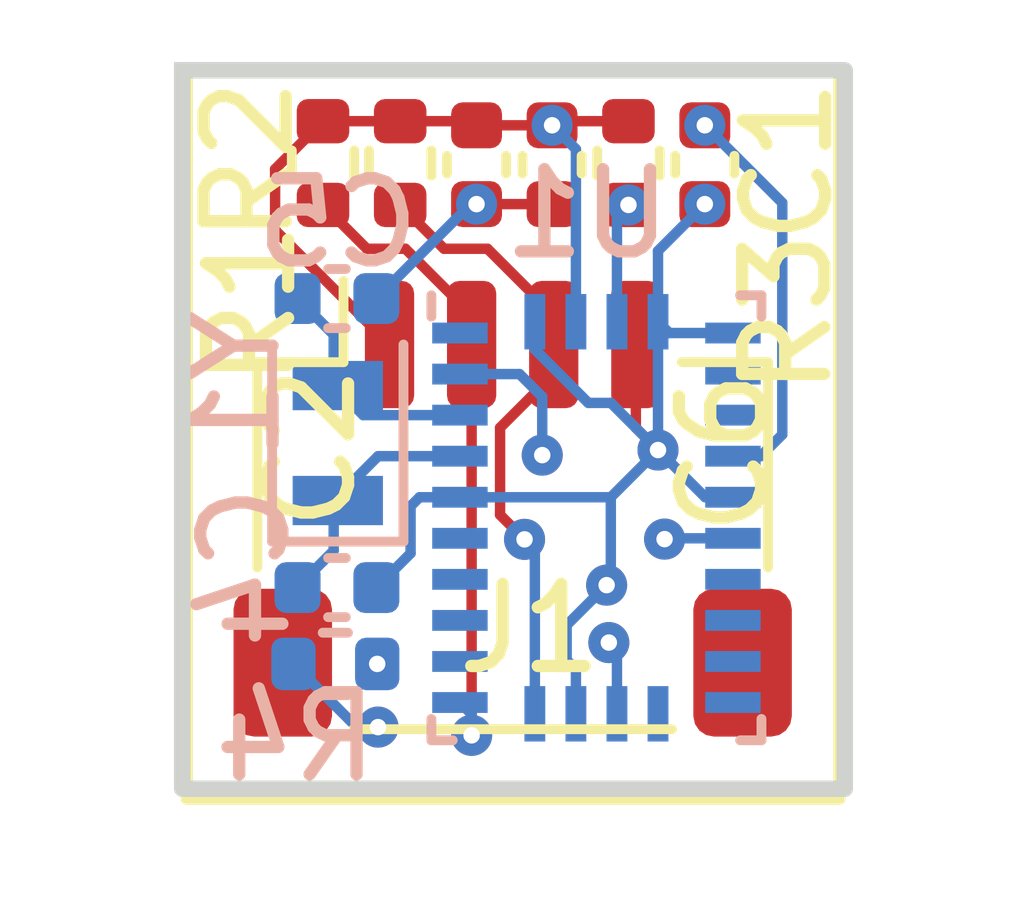
<source format=kicad_pcb>
(kicad_pcb (version 20221018) (generator pcbnew)
  (layers (0 "F.Cu" signal) (1 "In1.Cu" signal) (2 "In2.Cu" signal) (31 "B.Cu" signal) (34 "B.Paste" user) (35 "F.Paste" user) (36 "B.SilkS" user "B.Silkscreen") (37 "F.SilkS" user "F.Silkscreen") (38 "B.Mask" user) (39 "F.Mask" user) (44 "Edge.Cuts" user))
  (net 0 "")
  (net 12 "GND")
  (net 13 "Net-(U1-CAP)")
  (net 14 "+3V3")
  (net 15 "INT")
  (net 16 "SCL")
  (net 17 "SDA")
  (net 18 "Net-(U1-BOOTN)")
  (net 19 "Net-(U1-NRST)")
  (net 20 "Net-(U1-CLKSEL1{slash}XOUT32)")
  (net 21 "Net-(U1-XIN32)")
  (footprint "Resistor_SMD:R_0402_1005Metric" (layer "F.Cu") (at 99.68 106.15 90)
    (fp_text reference "R3" (at -1.83 1.93 90) (layer "F.SilkS"))
    (fp_text value "10k")
    (fp_line (start -0.153641 -0.38) (end 0.153641 -0.38) (stroke (width 0.12)) (layer "F.SilkS"))
    (fp_line (start -0.153641 0.38) (end 0.153641 0.38) (stroke (width 0.12)) (layer "F.SilkS"))
    (pad "1" smd roundrect (at -0.51 0 90) (size 0.54 0.64) (layers "F.Cu" "F.Paste" "F.Mask") (net 18 "Net-(U1-BOOTN)"))
    (pad "2" smd roundrect (at 0.51 0 90) (size 0.54 0.64) (layers "F.Cu" "F.Paste" "F.Mask") (net 14 "+3V3"))
  )
  (footprint "Capacitor_SMD:C_0402_1005Metric" (layer "F.Cu") (at 97.83 106.17 90)
    (fp_text reference "C2" (at -3.45 -2.02 90) (layer "F.SilkS"))
    (fp_text value "100n")
    (fp_line (start -0.107836 -0.36) (end 0.107836 -0.36) (stroke (width 0.12)) (layer "F.SilkS"))
    (fp_line (start -0.107836 0.36) (end 0.107836 0.36) (stroke (width 0.12)) (layer "F.SilkS"))
    (pad "1" smd roundrect (at -0.48 0 90) (size 0.56 0.62) (layers "F.Cu" "F.Paste" "F.Mask") (net 12 "GND"))
    (pad "2" smd roundrect (at 0.48 0 90) (size 0.56 0.62) (layers "F.Cu" "F.Paste" "F.Mask") (net 14 "+3V3"))
  )
  (footprint "Resistor_SMD:R_0402_1005Metric" (layer "F.Cu") (at 95.96 106.15 -90)
    (fp_text reference "R2" (at -0.03 0.91 90) (layer "F.SilkS"))
    (fp_text value "2k2")
    (fp_line (start -0.153641 -0.38) (end 0.153641 -0.38) (stroke (width 0.12)) (layer "F.SilkS"))
    (fp_line (start -0.153641 0.38) (end 0.153641 0.38) (stroke (width 0.12)) (layer "F.SilkS"))
    (pad "1" smd roundrect (at -0.51 0 270) (size 0.54 0.64) (layers "F.Cu" "F.Paste" "F.Mask") (net 14 "+3V3"))
    (pad "2" smd roundrect (at 0.51 0 270) (size 0.54 0.64) (layers "F.Cu" "F.Paste" "F.Mask") (net 17 "SDA"))
  )
  (footprint "Connector_JST:JST_SH_SM04B-SRSS-TB_1x04-1MP_P1.00mm_Horizontal" (layer "F.Cu") (at 98.27 110.36)
    (fp_text reference "J1" (at 0.21 1.46) (layer "F.SilkS"))
    (fp_text value "Conn_01x04_Pin")
    (fp_line (start -3.11 -1.785) (end -2.06 -1.785) (stroke (width 0.12)) (layer "F.SilkS"))
    (fp_line (start -3.11 0.715) (end -3.11 -1.785) (stroke (width 0.12)) (layer "F.SilkS"))
    (fp_line (start -2.06 -1.785) (end -2.06 -2.775) (stroke (width 0.12)) (layer "F.SilkS"))
    (fp_line (start -1.94 2.685) (end 1.94 2.685) (stroke (width 0.12)) (layer "F.SilkS"))
    (fp_line (start 3.11 -1.785) (end 2.06 -1.785) (stroke (width 0.12)) (layer "F.SilkS"))
    (fp_line (start 3.11 0.715) (end 3.11 -1.785) (stroke (width 0.12)) (layer "F.SilkS"))
    (pad "1" smd roundrect (at -1.5 -2) (size 0.6 1.55) (layers "F.Cu" "F.Paste" "F.Mask") (net 14 "+3V3"))
    (pad "2" smd roundrect (at -0.5 -2) (size 0.6 1.55) (layers "F.Cu" "F.Paste" "F.Mask") (net 17 "SDA"))
    (pad "3" smd roundrect (at 0.5 -2) (size 0.6 1.55) (layers "F.Cu" "F.Paste" "F.Mask") (net 16 "SCL"))
    (pad "4" smd roundrect (at 1.5 -2) (size 0.6 1.55) (layers "F.Cu" "F.Paste" "F.Mask") (net 12 "GND"))
    (pad "MP" smd roundrect (at -2.8 1.875) (size 1.2 1.8) (layers "F.Cu" "F.Paste" "F.Mask") (roundrect_rratio 0.2083333333))
    (pad "MP" smd roundrect (at 2.8 1.875) (size 1.2 1.8) (layers "F.Cu" "F.Paste" "F.Mask") (roundrect_rratio 0.2083333333))
  )
  (footprint "Capacitor_SMD:C_0402_1005Metric" (layer "F.Cu") (at 98.75 106.17 -90)
    (fp_text reference "C6" (at 3.51 -2.09 90) (layer "F.SilkS"))
    (fp_text value "100n")
    (fp_line (start -0.107836 -0.36) (end 0.107836 -0.36) (stroke (width 0.12)) (layer "F.SilkS"))
    (fp_line (start -0.107836 0.36) (end 0.107836 0.36) (stroke (width 0.12)) (layer "F.SilkS"))
    (pad "1" smd roundrect (at -0.48 0 270) (size 0.56 0.62) (layers "F.Cu" "F.Paste" "F.Mask") (net 14 "+3V3"))
    (pad "2" smd roundrect (at 0.48 0 270) (size 0.56 0.62) (layers "F.Cu" "F.Paste" "F.Mask") (net 12 "GND"))
  )
  (footprint "Resistor_SMD:R_0402_1005Metric" (layer "F.Cu") (at 96.9 106.15 -90)
    (fp_text reference "R1" (at 1.72 1.82 90) (layer "F.SilkS"))
    (fp_text value "2k2")
    (fp_line (start -0.153641 -0.38) (end 0.153641 -0.38) (stroke (width 0.12)) (layer "F.SilkS"))
    (fp_line (start -0.153641 0.38) (end 0.153641 0.38) (stroke (width 0.12)) (layer "F.SilkS"))
    (pad "1" smd roundrect (at -0.51 0 270) (size 0.54 0.64) (layers "F.Cu" "F.Paste" "F.Mask") (net 14 "+3V3"))
    (pad "2" smd roundrect (at 0.51 0 270) (size 0.54 0.64) (layers "F.Cu" "F.Paste" "F.Mask") (net 16 "SCL"))
  )
  (footprint "Capacitor_SMD:C_0402_1005Metric" (layer "F.Cu") (at 100.61 106.17 90)
    (fp_text reference "C1" (at 0.04 1.01 90) (layer "F.SilkS"))
    (fp_text value "100n")
    (fp_line (start -0.107836 -0.36) (end 0.107836 -0.36) (stroke (width 0.12)) (layer "F.SilkS"))
    (fp_line (start -0.107836 0.36) (end 0.107836 0.36) (stroke (width 0.12)) (layer "F.SilkS"))
    (pad "1" smd roundrect (at -0.48 0 90) (size 0.56 0.62) (layers "F.Cu" "F.Paste" "F.Mask") (net 12 "GND"))
    (pad "2" smd roundrect (at 0.48 0 90) (size 0.56 0.62) (layers "F.Cu" "F.Paste" "F.Mask") (net 13 "Net-(U1-CAP)"))
  )
  (footprint "Package_LGA:LGA-28_5.2x3.8mm_P0.5mm" (layer "B.Cu") (at 99.29 110.47 -90)
    (fp_text reference "U1" (at -3.7 0.11 -180) (layer "B.SilkS") (effects (justify mirror)))
    (fp_text value "~")
    (fp_line (start -2.71 -2.01) (end -2.71 -1.75) (stroke (width 0.12)) (layer "B.SilkS"))
    (fp_line (start -2.71 -2.01) (end -2.45 -2.01) (stroke (width 0.12)) (layer "B.SilkS"))
    (fp_line (start -2.71 2.01) (end -2.45 2.01) (stroke (width 0.12)) (layer "B.SilkS"))
    (fp_line (start 2.71 -2.01) (end 2.45 -2.01) (stroke (width 0.12)) (layer "B.SilkS"))
    (fp_line (start 2.71 -2.01) (end 2.71 -1.75) (stroke (width 0.12)) (layer "B.SilkS"))
    (fp_line (start 2.71 2.01) (end 2.45 2.01) (stroke (width 0.12)) (layer "B.SilkS"))
    (fp_line (start 2.71 2.01) (end 2.71 1.75) (stroke (width 0.12)) (layer "B.SilkS"))
    (pad "1" smd rect (at -2.25 1.6625 270) (size 0.254 0.675) (layers "B.Cu" "B.Paste" "B.Mask"))
    (pad "2" smd rect (at -2.3875 0.75 180) (size 0.254 0.675) (layers "B.Cu" "B.Paste" "B.Mask") (net 12 "GND"))
    (pad "3" smd rect (at -2.3875 0.25 180) (size 0.254 0.675) (layers "B.Cu" "B.Paste" "B.Mask") (net 14 "+3V3"))
    (pad "4" smd rect (at -2.3875 -0.25 180) (size 0.254 0.675) (layers "B.Cu" "B.Paste" "B.Mask") (net 18 "Net-(U1-BOOTN)"))
    (pad "5" smd rect (at -2.3875 -0.75 180) (size 0.254 0.675) (layers "B.Cu" "B.Paste" "B.Mask") (net 12 "GND"))
    (pad "6" smd rect (at -2.25 -1.6625 270) (size 0.254 0.675) (layers "B.Cu" "B.Paste" "B.Mask") (net 12 "GND"))
    (pad "7" smd rect (at -1.75 -1.6625 270) (size 0.254 0.675) (layers "B.Cu" "B.Paste" "B.Mask"))
    (pad "8" smd rect (at -1.25 -1.6625 270) (size 0.254 0.675) (layers "B.Cu" "B.Paste" "B.Mask"))
    (pad "9" smd rect (at -0.75 -1.6625 270) (size 0.254 0.675) (layers "B.Cu" "B.Paste" "B.Mask") (net 13 "Net-(U1-CAP)"))
    (pad "10" smd rect (at -0.25 -1.6625 270) (size 0.254 0.675) (layers "B.Cu" "B.Paste" "B.Mask") (net 12 "GND"))
    (pad "11" smd rect (at 0.25 -1.6625 270) (size 0.254 0.675) (layers "B.Cu" "B.Paste" "B.Mask") (net 19 "Net-(U1-NRST)"))
    (pad "12" smd rect (at 0.75 -1.6625 270) (size 0.254 0.675) (layers "B.Cu" "B.Paste" "B.Mask"))
    (pad "13" smd rect (at 1.25 -1.6625 270) (size 0.254 0.675) (layers "B.Cu" "B.Paste" "B.Mask"))
    (pad "14" smd rect (at 1.75 -1.6625 270) (size 0.254 0.675) (layers "B.Cu" "B.Paste" "B.Mask") (net 15 "INT"))
    (pad "15" smd rect (at 2.25 -1.6625 270) (size 0.254 0.675) (layers "B.Cu" "B.Paste" "B.Mask"))
    (pad "16" smd rect (at 2.3875 -0.75 180) (size 0.254 0.675) (layers "B.Cu" "B.Paste" "B.Mask"))
    (pad "17" smd rect (at 2.3875 -0.25 180) (size 0.254 0.675) (layers "B.Cu" "B.Paste" "B.Mask") (net 12 "GND"))
    (pad "18" smd rect (at 2.3875 0.25 180) (size 0.254 0.675) (layers "B.Cu" "B.Paste" "B.Mask") (net 12 "GND"))
    (pad "19" smd rect (at 2.3875 0.75 180) (size 0.254 0.675) (layers "B.Cu" "B.Paste" "B.Mask") (net 16 "SCL"))
    (pad "20" smd rect (at 2.25 1.6625 270) (size 0.254 0.675) (layers "B.Cu" "B.Paste" "B.Mask") (net 17 "SDA"))
    (pad "21" smd rect (at 1.75 1.6625 270) (size 0.254 0.675) (layers "B.Cu" "B.Paste" "B.Mask"))
    (pad "22" smd rect (at 1.25 1.6625 270) (size 0.254 0.675) (layers "B.Cu" "B.Paste" "B.Mask"))
    (pad "23" smd rect (at 0.75 1.6625 270) (size 0.254 0.675) (layers "B.Cu" "B.Paste" "B.Mask"))
    (pad "24" smd rect (at 0.25 1.6625 270) (size 0.254 0.675) (layers "B.Cu" "B.Paste" "B.Mask"))
    (pad "25" smd rect (at -0.25 1.6625 270) (size 0.254 0.675) (layers "B.Cu" "B.Paste" "B.Mask") (net 12 "GND"))
    (pad "26" smd rect (at -0.75 1.6625 270) (size 0.254 0.675) (layers "B.Cu" "B.Paste" "B.Mask") (net 20 "Net-(U1-CLKSEL1{slash}XOUT32)"))
    (pad "27" smd rect (at -1.25 1.6625 270) (size 0.254 0.675) (layers "B.Cu" "B.Paste" "B.Mask") (net 21 "Net-(U1-XIN32)"))
    (pad "28" smd rect (at -1.75 1.6625 270) (size 0.254 0.675) (layers "B.Cu" "B.Paste" "B.Mask") (net 14 "+3V3"))
  )
  (footprint "Capacitor_SMD:C_0402_1005Metric" (layer "B.Cu") (at 96.13 111.32)
    (fp_text reference "C4" (at -1.12 -0.25 90) (layer "B.SilkS") (effects (justify mirror)))
    (fp_text value "22p")
    (fp_line (start -0.107836 -0.36) (end 0.107836 -0.36) (stroke (width 0.12)) (layer "B.SilkS"))
    (fp_line (start -0.107836 0.36) (end 0.107836 0.36) (stroke (width 0.12)) (layer "B.SilkS"))
    (pad "1" smd roundrect (at -0.48 0) (size 0.56 0.62) (layers "B.Cu" "B.Paste" "B.Mask") (net 20 "Net-(U1-CLKSEL1{slash}XOUT32)"))
    (pad "2" smd roundrect (at 0.48 0) (size 0.56 0.62) (layers "B.Cu" "B.Paste" "B.Mask") (net 12 "GND"))
  )
  (footprint "Resistor_SMD:R_0402_1005Metric" (layer "B.Cu") (at 96.11 112.25 180)
    (fp_text reference "R4" (at 0.48 -0.89 180) (layer "B.SilkS") (effects (justify mirror)))
    (fp_text value "10k")
    (fp_line (start -0.153641 -0.38) (end 0.153641 -0.38) (stroke (width 0.12)) (layer "B.SilkS"))
    (fp_line (start -0.153641 0.38) (end 0.153641 0.38) (stroke (width 0.12)) (layer "B.SilkS"))
    (pad "1" smd roundrect (at -0.51 0 180) (size 0.54 0.64) (layers "B.Cu" "B.Paste" "B.Mask") (net 14 "+3V3"))
    (pad "2" smd roundrect (at 0.51 0 180) (size 0.54 0.64) (layers "B.Cu" "B.Paste" "B.Mask") (net 19 "Net-(U1-NRST)"))
  )
  (footprint "Crystal:Crystal_SMD_2012-2Pin_2.0x1.2mm" (layer "B.Cu") (at 96.14 109.56 90)
    (fp_text reference "Y1" (at 0.71 -1.25 90) (layer "B.SilkS") (effects (justify mirror)))
    (fp_text value "32.768kHz")
    (fp_line (start -1.2 -0.8) (end 1.2 -0.8) (stroke (width 0.12)) (layer "B.SilkS"))
    (fp_line (start -1.2 0.8) (end -1.2 -0.8) (stroke (width 0.12)) (layer "B.SilkS"))
    (fp_line (start 1.2 0.8) (end -1.2 0.8) (stroke (width 0.12)) (layer "B.SilkS"))
    (pad "1" smd rect (at -0.7 0 90) (size 0.6 1.1) (layers "B.Cu" "B.Paste" "B.Mask") (net 20 "Net-(U1-CLKSEL1{slash}XOUT32)"))
    (pad "2" smd rect (at 0.7 0 90) (size 0.6 1.1) (layers "B.Cu" "B.Paste" "B.Mask") (net 21 "Net-(U1-XIN32)"))
  )
  (footprint "Capacitor_SMD:C_0402_1005Metric" (layer "B.Cu") (at 96.13 107.8)
    (fp_text reference "C5" (at 0.01 -0.92 180) (layer "B.SilkS") (effects (justify mirror)))
    (fp_text value "22p")
    (fp_line (start -0.107836 -0.36) (end 0.107836 -0.36) (stroke (width 0.12)) (layer "B.SilkS"))
    (fp_line (start -0.107836 0.36) (end 0.107836 0.36) (stroke (width 0.12)) (layer "B.SilkS"))
    (pad "1" smd roundrect (at -0.48 0) (size 0.56 0.62) (layers "B.Cu" "B.Paste" "B.Mask") (net 21 "Net-(U1-XIN32)"))
    (pad "2" smd roundrect (at 0.48 0) (size 0.56 0.62) (layers "B.Cu" "B.Paste" "B.Mask") (net 12 "GND"))
  )
  (gr_rect (start 94.3 105.04) (end 102.25 113.89) (stroke (width 0.15)) (fill none) (layer "F.SilkS"))
  (gr_rect (start 94.245 105.02) (end 102.315 113.77) (stroke (width 0.2)) (fill none) (layer "Edge.Cuts"))
  (segment (start 99.77 108.36) (end 99.77 109.375) (width 0.127) (layer "F.Cu") (net 12))
  (segment (start 99.77 109.375) (end 100.04 109.645) (width 0.127) (layer "F.Cu") (net 12))
  (segment (start 97.83 106.65) (end 98.75 106.65) (width 0.127) (layer "F.Cu") (net 12))
  (via (at 99.440974 111.990016) (size 0.5) (drill 0.2) (layers "F.Cu" "B.Cu") (net 12))
  (via (at 100.61 106.65) (size 0.5) (drill 0.2) (layers "F.Cu" "B.Cu") (net 12))
  (via (at 97.83 106.65) (size 0.5) (drill 0.2) (layers "F.Cu" "B.Cu") (net 12))
  (via (at 99.414229 111.290562) (size 0.5) (drill 0.2) (layers "F.Cu" "B.Cu") (net 12))
  (via (at 100.04 109.645) (size 0.5) (drill 0.2) (layers "F.Cu" "B.Cu") (net 12))
  (segment (start 97.76 106.65) (end 97.83 106.65) (width 0.127) (layer "B.Cu") (net 12))
  (segment (start 97.6275 110.22) (end 99.465 110.22) (width 0.127) (layer "B.Cu") (net 12))
  (segment (start 98.927474 111.777317) (end 98.927474 112.202715) (width 0.127) (layer "B.Cu") (net 12))
  (segment (start 98.927474 112.202715) (end 99.04 112.315241) (width 0.127) (layer "B.Cu") (net 12))
  (segment (start 99.04 112.315241) (end 99.04 112.8575) (width 0.127) (layer "B.Cu") (net 12))
  (segment (start 97.136 110.22) (end 97.0265 110.3295) (width 0.127) (layer "B.Cu") (net 12))
  (segment (start 97.6275 110.22) (end 97.136 110.22) (width 0.127) (layer "B.Cu") (net 12))
  (segment (start 99.54 112.8575) (end 99.54 112.089042) (width 0.127) (layer "B.Cu") (net 12))
  (segment (start 99.466 109.071) (end 100.04 109.645) (width 0.127) (layer "B.Cu") (net 12))
  (segment (start 99.54 112.8575) (end 99.5535 112.844) (width 0.127) (layer "B.Cu") (net 12))
  (segment (start 100.04 108.0825) (end 100.04 107.22) (width 0.127) (layer "B.Cu") (net 12))
  (segment (start 99.465 110.22) (end 100.04 109.645) (width 0.127) (layer "B.Cu") (net 12))
  (segment (start 99.465 110.22) (end 99.465 111.239791) (width 0.127) (layer "B.Cu") (net 12))
  (segment (start 98.54 108.0825) (end 98.54 108.42) (width 0.127) (layer "B.Cu") (net 12))
  (segment (start 99.191 109.071) (end 99.466 109.071) (width 0.127) (layer "B.Cu") (net 12))
  (segment (start 100.9525 108.22) (end 100.1775 108.22) (width 0.127) (layer "B.Cu") (net 12))
  (segment (start 100.04 107.22) (end 100.61 106.65) (width 0.127) (layer "B.Cu") (net 12))
  (segment (start 98.54 108.42) (end 99.191 109.071) (width 0.127) (layer "B.Cu") (net 12))
  (segment (start 99.414229 111.290562) (end 98.927474 111.777317) (width 0.127) (layer "B.Cu") (net 12))
  (segment (start 100.9525 110.22) (end 100.615 110.22) (width 0.127) (layer "B.Cu") (net 12))
  (segment (start 100.1775 108.22) (end 100.04 108.0825) (width 0.127) (layer "B.Cu") (net 12))
  (segment (start 99.465 111.239791) (end 99.414229 111.290562) (width 0.127) (layer "B.Cu") (net 12))
  (segment (start 97.0265 110.9035) (end 96.61 111.32) (width 0.127) (layer "B.Cu") (net 12))
  (segment (start 99.54 112.089042) (end 99.440974 111.990016) (width 0.127) (layer "B.Cu") (net 12))
  (segment (start 100.615 110.22) (end 100.04 109.645) (width 0.127) (layer "B.Cu") (net 12))
  (segment (start 100.04 109.645) (end 100.04 108.0825) (width 0.127) (layer "B.Cu") (net 12))
  (segment (start 96.61 107.8) (end 97.76 106.65) (width 0.127) (layer "B.Cu") (net 12))
  (segment (start 97.0265 110.3295) (end 97.0265 110.9035) (width 0.127) (layer "B.Cu") (net 12))
  (via (at 100.61 105.69) (size 0.5) (drill 0.2) (layers "F.Cu" "B.Cu") (net 13))
  (segment (start 100.9525 109.72) (end 101.29 109.72) (width 0.127) (layer "B.Cu") (net 13))
  (segment (start 101.29 109.72) (end 101.5535 109.4565) (width 0.127) (layer "B.Cu") (net 13))
  (segment (start 101.5535 106.6335) (end 100.61 105.69) (width 0.127) (layer "B.Cu") (net 13))
  (segment (start 101.5535 109.4565) (end 101.5535 106.6335) (width 0.127) (layer "B.Cu") (net 13))
  (segment (start 95.3765 106.2235) (end 95.96 105.64) (width 0.127) (layer "F.Cu") (net 14))
  (segment (start 99.68 105.64) (end 98.8 105.64) (width 0.127) (layer "F.Cu") (net 14))
  (segment (start 97.78 105.64) (end 97.83 105.69) (width 0.127) (layer "F.Cu") (net 14))
  (segment (start 96.77 108.36) (end 95.3765 106.9665) (width 0.127) (layer "F.Cu") (net 14))
  (segment (start 98.8 105.64) (end 98.75 105.69) (width 0.127) (layer "F.Cu") (net 14))
  (segment (start 95.96 105.64) (end 96.9 105.64) (width 0.127) (layer "F.Cu") (net 14))
  (segment (start 95.3765 106.9665) (end 95.3765 106.2235) (width 0.127) (layer "F.Cu") (net 14))
  (segment (start 97.83 105.69) (end 98.75 105.69) (width 0.127) (layer "F.Cu") (net 14))
  (segment (start 96.9 105.64) (end 97.78 105.64) (width 0.127) (layer "F.Cu") (net 14))
  (via (at 98.75 105.69) (size 0.5) (drill 0.2) (layers "F.Cu" "B.Cu") (net 14))
  (via (at 98.63 109.707) (size 0.5) (drill 0.2) (layers "F.Cu" "B.Cu") (net 14))
  (via (at 96.62 112.25) (size 0.5) (drill 0.2) (layers "F.Cu" "B.Cu") (net 14))
  (segment (start 99.04 108.0825) (end 99.04 105.98) (width 0.127) (layer "B.Cu") (net 14))
  (segment (start 98.63 109.707) (end 98.63 108.996529) (width 0.127) (layer "B.Cu") (net 14))
  (segment (start 99.04 105.98) (end 98.75 105.69) (width 0.127) (layer "B.Cu") (net 14))
  (segment (start 98.353471 108.72) (end 97.6275 108.72) (width 0.127) (layer "B.Cu") (net 14))
  (segment (start 98.63 108.996529) (end 98.353471 108.72) (width 0.127) (layer "B.Cu") (net 14))
  (segment (start 97.4335 107.1935) (end 96.9 106.66) (width 0.127) (layer "F.Cu") (net 16))
  (segment (start 98.77 108.36) (end 98.77 108.000223) (width 0.127) (layer "F.Cu") (net 16))
  (segment (start 97.963277 107.1935) (end 97.4335 107.1935) (width 0.127) (layer "F.Cu") (net 16))
  (segment (start 98.1165 110.434998) (end 98.414502 110.733) (width 0.127) (layer "F.Cu") (net 16))
  (segment (start 98.77 108.36) (end 98.77 108.719777) (width 0.127) (layer "F.Cu") (net 16))
  (segment (start 98.77 108.000223) (end 97.963277 107.1935) (width 0.127) (layer "F.Cu") (net 16))
  (segment (start 98.77 108.719777) (end 98.1165 109.373277) (width 0.127) (layer "F.Cu") (net 16))
  (segment (start 98.1165 109.373277) (end 98.1165 110.434998) (width 0.127) (layer "F.Cu") (net 16))
  (via (at 98.414502 110.733) (size 0.5) (drill 0.2) (layers "F.Cu" "B.Cu") (net 16))
  (segment (start 98.54 110.858498) (end 98.54 112.8575) (width 0.127) (layer "B.Cu") (net 16))
  (segment (start 98.414502 110.733) (end 98.54 110.858498) (width 0.127) (layer "B.Cu") (net 16))
  (segment (start 97.77 108.36) (end 97.77 113.12) (width 0.127) (layer "F.Cu") (net 17))
  (segment (start 97.77 108.36) (end 97.77 108.000223) (width 0.127) (layer "F.Cu") (net 17))
  (segment (start 97.77 108.000223) (end 96.963277 107.1935) (width 0.127) (layer "F.Cu") (net 17))
  (segment (start 96.4935 107.1935) (end 95.96 106.66) (width 0.127) (layer "F.Cu") (net 17))
  (segment (start 96.963277 107.1935) (end 96.4935 107.1935) (width 0.127) (layer "F.Cu") (net 17))
  (via (at 97.77 113.12) (size 0.5) (drill 0.2) (layers "F.Cu" "B.Cu") (net 17))
  (segment (start 97.77 112.8625) (end 97.6275 112.72) (width 0.127) (layer "B.Cu") (net 17))
  (segment (start 97.77 113.12) (end 97.77 112.8625) (width 0.127) (layer "B.Cu") (net 17))
  (via (at 99.68 106.66) (size 0.5) (drill 0.2) (layers "F.Cu" "B.Cu") (net 18))
  (segment (start 99.54 106.8) (end 99.68 106.66) (width 0.127) (layer "B.Cu") (net 18))
  (segment (start 99.54 108.0825) (end 99.54 106.8) (width 0.127) (layer "B.Cu") (net 18))
  (via (at 96.63 113.0195) (size 0.5) (drill 0.2) (layers "F.Cu" "B.Cu") (net 19))
  (via (at 100.12 110.73) (size 0.5) (drill 0.2) (layers "F.Cu" "B.Cu") (net 19))
  (segment (start 100.13 110.72) (end 100.9525 110.72) (width 0.127) (layer "B.Cu") (net 19))
  (segment (start 95.6 112.25) (end 96.3695 113.0195) (width 0.127) (layer "B.Cu") (net 19))
  (segment (start 100.12 110.73) (end 100.13 110.72) (width 0.127) (layer "B.Cu") (net 19))
  (segment (start 96.3695 113.0195) (end 96.63 113.0195) (width 0.127) (layer "B.Cu") (net 19))
  (segment (start 96.09 110.87) (end 95.64 111.32) (width 0.127) (layer "B.Cu") (net 20))
  (segment (start 96.09 110.26) (end 96.63 109.72) (width 0.127) (layer "B.Cu") (net 20))
  (segment (start 96.63 109.72) (end 97.6275 109.72) (width 0.127) (layer "B.Cu") (net 20))
  (segment (start 96.09 110.26) (end 96.09 110.87) (width 0.127) (layer "B.Cu") (net 20))
  (segment (start 96.09 108.24) (end 95.65 107.8) (width 0.127) (layer "B.Cu") (net 21))
  (segment (start 96.09 108.86) (end 96.09 108.24) (width 0.127) (layer "B.Cu") (net 21))
  (segment (start 96.45 109.22) (end 97.6275 109.22) (width 0.127) (layer "B.Cu") (net 21))
  (segment (start 96.09 108.86) (end 96.45 109.22) (width 0.127) (layer "B.Cu") (net 21))
)
</source>
